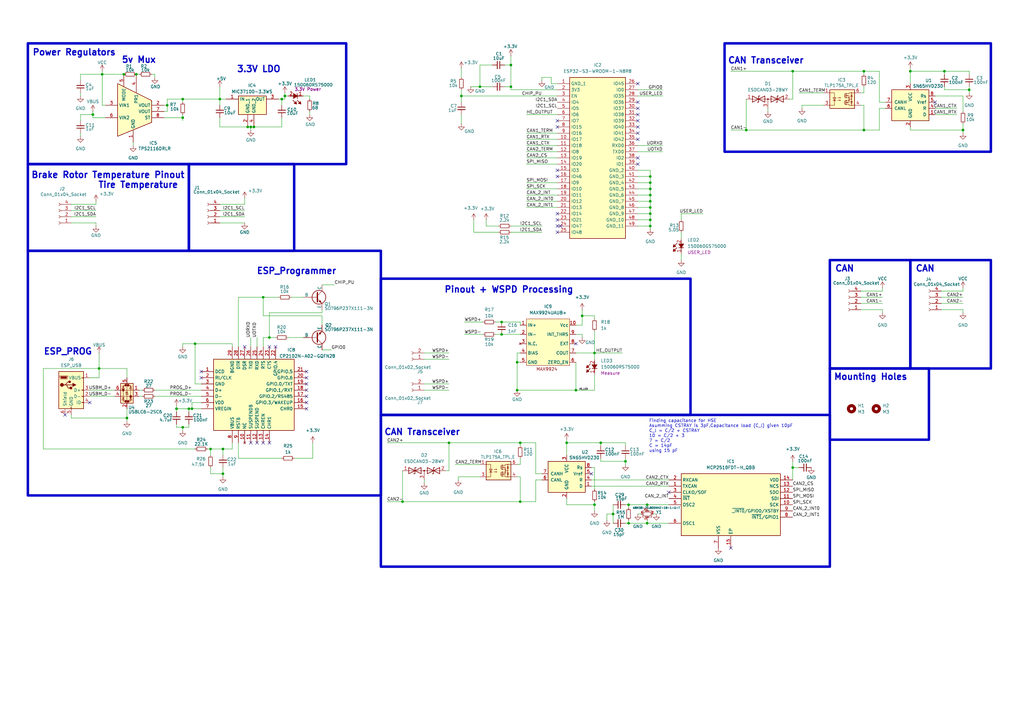
<source format=kicad_sch>
(kicad_sch (version 20250114) (generator "eeschema") (generator_version "9.0")
  (paper "A3")
  (rectangle (start 11.43 102.87) (end 156.21 203.2) (stroke (width 1.016)))
  (rectangle (start 340.36 106.68) (end 373.38 151.13) (stroke (width 1.016)))
  (rectangle (start 77.47 67.31) (end 120.65 102.87) (stroke (width 1.016)))
  (rectangle (start 11.43 17.78) (end 141.986 67.31) (stroke (width 1.016)))
  (rectangle (start 373.38 106.68) (end 406.4 151.13) (stroke (width 1.016)))
  (rectangle (start 11.43 67.31) (end 77.47 102.87) (stroke (width 1.016)))
  (rectangle (start 340.36 151.13) (end 381 180.34) (stroke (width 1.016)))
  (rectangle (start 156.21 170.18) (end 340.36 232.41) (stroke (width 1.016)))
  (rectangle (start 297.18 17.78) (end 406.4 62.23) (stroke (width 1.016)))
  (rectangle (start 156.21 114.3) (end 283.21 170.18) (stroke (width 1.016)))
  (text "3.3V LDO" (at 97.028 29.972 0) (effects (font (size 2.56 2.56) (thickness 0.512) (bold yes)) (justify left bottom)))
  (text "Brake Rotor Temperature Pinout" (at 12.7 73.406 0) (effects (font (size 2.56 2.56) (thickness 0.512) (bold yes)) (justify left bottom)))
  (text "Tire Temperature" (at 40.132 77.47 0) (effects (font (size 2.56 2.56) (thickness 0.512) (bold yes)) (justify left bottom)))
  (text "5v Mux" (at 49.784 26.162 0) (effects (font (size 2.56 2.56) (thickness 0.512) (bold yes)) (justify left bottom)))
  (text "ESP_Programmer" (at 105.156 112.776 0) (effects (font (size 2.54 2.54) (thickness 0.512) (bold yes)) (justify left bottom)))
  (text "CAN" (at 342.392 111.76 0) (effects (font (size 2.56 2.56) (thickness 0.512) (bold yes)) (justify left bottom)))
  (text "CAN Transceiver" (at 298.45 26.416 0) (effects (font (size 2.54 2.54) (thickness 0.512) (bold yes)) (justify left bottom)))
  (text "Mounting Holes" (at 341.884 156.21 0) (effects (font (size 2.56 2.56) (thickness 0.512) (bold yes)) (justify left bottom)))
  (text "CAN" (at 375.412 111.76 0) (effects (font (size 2.56 2.56) (thickness 0.512) (bold yes)) (justify left bottom)))
  (text "CAN Transceiver" (at 157.48 178.816 0) (effects (font (size 2.54 2.54) (thickness 0.512) (bold yes)) (justify left bottom)))
  (text "ESP_PROG" (at 17.78 145.796 0) (effects (font (size 2.54 2.54) (thickness 0.512) (bold yes)) (justify left bottom)))
  (text "Power Regulators" (at 13.208 23.114 0) (effects (font (size 2.56 2.56) (thickness 0.512) (bold yes)) (justify left bottom)))
  (text "Pinout + WSPD Processing" (at 182.118 120.396 0) (effects (font (size 2.56 2.56) (thickness 0.512) (bold yes)) (justify left bottom)))
  (text "Finding capacitance for HSE \nAsumming CSTRAY is 3pF,Capacitance load (C_l) given 10pF\nC_l = C/2 + CSTRAY\n10 = C/2 + 3\n7 = C/2\nC = 14pF\nusing 15 pF" (at 266.192 171.958 0) (effects (font (size 1.27 1.27)) (justify left top)))
  (junction (at 354.33 53.34))
  (junction (at 41.91 30.48))
  (junction (at 236.22 160.02))
  (junction (at 306.07 53.34))
  (junction (at 184.15 181.61))
  (junction (at 78.74 167.64))
  (junction (at 55.88 30.48))
  (junction (at 266.7 77.47))
  (junction (at 266.7 85.09))
  (junction (at 80.01 140.97))
  (junction (at 212.09 160.02))
  (junction (at 102.87 52.07))
  (junction (at 101.6 52.07))
  (junction (at 213.36 181.61))
  (junction (at 209.55 26.67))
  (junction (at 212.09 148.59))
  (junction (at 110.49 138.43))
  (junction (at 68.58 43.18))
  (junction (at 325.12 191.77))
  (junction (at 266.7 90.17))
  (junction (at 90.17 40.64))
  (junction (at 257.81 207.01))
  (junction (at 50.8 30.48))
  (junction (at 373.38 29.21))
  (junction (at 394.97 53.34))
  (junction (at 238.76 129.54))
  (junction (at 115.57 40.64))
  (junction (at 266.7 72.39))
  (junction (at 266.7 80.01))
  (junction (at 266.7 92.71))
  (junction (at 266.7 74.93))
  (junction (at 40.64 151.13))
  (junction (at 77.47 167.64))
  (junction (at 52.07 171.45))
  (junction (at 246.38 181.61))
  (junction (at 213.36 205.74))
  (junction (at 91.44 194.31))
  (junction (at 397.51 36.83))
  (junction (at 265.43 207.01))
  (junction (at 205.74 132.08))
  (junction (at 265.43 214.63))
  (junction (at 116.84 39.37))
  (junction (at 256.54 189.23))
  (junction (at 104.14 52.07))
  (junction (at 266.7 87.63))
  (junction (at 196.85 35.56))
  (junction (at 251.46 210.82))
  (junction (at 243.84 144.78))
  (junction (at 257.81 214.63))
  (junction (at 38.1 46.99))
  (junction (at 72.39 167.64))
  (junction (at 74.93 175.26))
  (junction (at 91.44 184.15))
  (junction (at 232.41 181.61))
  (junction (at 189.23 39.37))
  (junction (at 74.93 48.26))
  (junction (at 243.84 207.01))
  (junction (at 205.74 137.16))
  (junction (at 107.95 121.92))
  (junction (at 387.35 29.21))
  (junction (at 354.33 29.21))
  (junction (at 74.93 40.64))
  (junction (at 86.36 184.15))
  (junction (at 209.55 35.56))
  (junction (at 266.7 82.55))
  (junction (at 325.12 29.21))
  (junction (at 165.1 205.74))
  (no_connect (at 261.62 46.99))
  (no_connect (at 261.62 41.91))
  (no_connect (at 82.55 152.4))
  (no_connect (at 236.22 140.97))
  (no_connect (at 261.62 54.61))
  (no_connect (at 82.55 154.94))
  (no_connect (at 102.87 181.61))
  (no_connect (at 261.62 52.07))
  (no_connect (at 261.62 44.45))
  (no_connect (at 299.72 224.79))
  (no_connect (at 274.32 201.93))
  (no_connect (at 125.73 165.1))
  (no_connect (at 125.73 157.48))
  (no_connect (at 125.73 162.56))
  (no_connect (at 228.6 90.17))
  (no_connect (at 261.62 64.77))
  (no_connect (at 261.62 57.15))
  (no_connect (at 228.6 72.39))
  (no_connect (at 228.6 49.53))
  (no_connect (at 125.73 154.94))
  (no_connect (at 100.33 142.24))
  (no_connect (at 242.57 194.31))
  (no_connect (at 36.83 165.1))
  (no_connect (at 113.03 142.24))
  (no_connect (at 105.41 181.61))
  (no_connect (at 228.6 87.63))
  (no_connect (at 125.73 167.64))
  (no_connect (at 261.62 34.29))
  (no_connect (at 110.49 181.61))
  (no_connect (at 261.62 67.31))
  (no_connect (at 26.67 170.18))
  (no_connect (at 229.87 92.71))
  (no_connect (at 107.95 181.61))
  (no_connect (at 228.6 69.85))
  (no_connect (at 125.73 160.02))
  (no_connect (at 125.73 152.4))
  (no_connect (at 383.54 41.91))
  (no_connect (at 261.62 49.53))
  (no_connect (at 228.6 95.25))
  (no_connect (at 228.6 52.07))
  (no_connect (at 110.49 142.24))
  (no_connect (at 228.6 92.71))
  (wire (pts (xy 215.9 64.77) (xy 228.6 64.77)))
  (wire (pts (xy 266.7 74.93) (xy 266.7 77.47)))
  (wire (pts (xy 248.92 210.82) (xy 251.46 210.82)))
  (wire (pts (xy 72.39 175.26) (xy 74.93 175.26)))
  (wire (pts (xy 325.12 29.21) (xy 325.12 40.64)))
  (wire (pts (xy 266.7 80.01) (xy 266.7 82.55)))
  (wire (pts (xy 68.58 40.64) (xy 74.93 40.64)))
  (wire (pts (xy 63.5 162.56) (xy 82.55 162.56)))
  (wire (pts (xy 279.4 104.14) (xy 279.4 106.68)))
  (wire (pts (xy 354.33 29.21) (xy 360.68 29.21)))
  (wire (pts (xy 215.9 80.01) (xy 228.6 80.01)))
  (wire (pts (xy 238.76 127) (xy 238.76 129.54)))
  (wire (pts (xy 257.81 207.01) (xy 257.81 208.28)))
  (wire (pts (xy 212.09 190.5) (xy 213.36 190.5)))
  (wire (pts (xy 72.39 167.64) (xy 72.39 166.37)))
  (wire (pts (xy 72.39 167.64) (xy 77.47 167.64)))
  (wire (pts (xy 226.06 34.29) (xy 226.06 31.75)))
  (wire (pts (xy 203.2 132.08) (xy 205.74 132.08)))
  (wire (pts (xy 173.99 147.32) (xy 184.15 147.32)))
  (wire (pts (xy 90.17 35.56) (xy 90.17 40.64)))
  (wire (pts (xy 266.7 77.47) (xy 266.7 80.01)))
  (wire (pts (xy 127 39.37) (xy 127 40.64)))
  (wire (pts (xy 243.84 144.78) (xy 255.27 144.78)))
  (wire (pts (xy 238.76 133.35) (xy 236.22 133.35)))
  (wire (pts (xy 116.84 39.37) (xy 118.11 39.37)))
  (wire (pts (xy 39.37 91.44) (xy 39.37 92.71)))
  (wire (pts (xy 196.85 190.5) (xy 186.69 190.5)))
  (wire (pts (xy 41.91 29.21) (xy 41.91 30.48)))
  (wire (pts (xy 215.9 85.09) (xy 228.6 85.09)))
  (wire (pts (xy 184.15 193.04) (xy 182.88 193.04)))
  (wire (pts (xy 116.84 39.37) (xy 116.84 40.64)))
  (wire (pts (xy 325.12 189.23) (xy 325.12 191.77)))
  (wire (pts (xy 68.58 43.18) (xy 67.31 43.18)))
  (wire (pts (xy 74.93 40.64) (xy 90.17 40.64)))
  (wire (pts (xy 215.9 57.15) (xy 228.6 57.15)))
  (wire (pts (xy 215.9 82.55) (xy 228.6 82.55)))
  (wire (pts (xy 261.62 80.01) (xy 266.7 80.01)))
  (wire (pts (xy 337.82 43.18) (xy 328.93 43.18)))
  (wire (pts (xy 215.9 74.93) (xy 228.6 74.93)))
  (wire (pts (xy 306.07 53.34) (xy 354.33 53.34)))
  (wire (pts (xy 383.54 46.99) (xy 392.43 46.99)))
  (wire (pts (xy 232.41 181.61) (xy 232.41 186.69)))
  (wire (pts (xy 63.5 160.02) (xy 82.55 160.02)))
  (wire (pts (xy 29.21 83.82) (xy 39.37 83.82)))
  (wire (pts (xy 17.78 151.13) (xy 17.78 184.15)))
  (wire (pts (xy 114.3 40.64) (xy 115.57 40.64)))
  (wire (pts (xy 397.51 35.56) (xy 397.51 36.83)))
  (wire (pts (xy 266.7 72.39) (xy 266.7 74.93)))
  (wire (pts (xy 373.38 53.34) (xy 373.38 52.07)))
  (wire (pts (xy 33.02 30.48) (xy 41.91 30.48)))
  (wire (pts (xy 41.91 30.48) (xy 50.8 30.48)))
  (wire (pts (xy 215.9 46.99) (xy 228.6 46.99)))
  (wire (pts (xy 261.62 72.39) (xy 266.7 72.39)))
  (wire (pts (xy 394.97 127) (xy 394.97 128.27)))
  (wire (pts (xy 190.5 137.16) (xy 198.12 137.16)))
  (wire (pts (xy 325.12 196.85) (xy 325.12 191.77)))
  (wire (pts (xy 387.35 29.21) (xy 387.35 30.48)))
  (wire (pts (xy 361.95 124.46) (xy 353.06 124.46)))
  (wire (pts (xy 74.93 46.99) (xy 74.93 48.26)))
  (wire (pts (xy 361.95 127) (xy 361.95 128.27)))
  (wire (pts (xy 90.17 86.36) (xy 100.33 86.36)))
  (wire (pts (xy 78.74 165.1) (xy 78.74 167.64)))
  (wire (pts (xy 82.55 157.48) (xy 80.01 157.48)))
  (wire (pts (xy 215.9 67.31) (xy 228.6 67.31)))
  (wire (pts (xy 63.5 30.48) (xy 63.5 31.75)))
  (wire (pts (xy 209.55 92.71) (xy 222.25 92.71)))
  (wire (pts (xy 209.55 95.25) (xy 222.25 95.25)))
  (wire (pts (xy 52.07 172.72) (xy 52.07 171.45)))
  (wire (pts (xy 212.09 148.59) (xy 212.09 160.02)))
  (wire (pts (xy 105.41 138.43) (xy 105.41 142.24)))
  (wire (pts (xy 236.22 144.78) (xy 243.84 144.78)))
  (wire (pts (xy 41.91 43.18) (xy 43.18 43.18)))
  (wire (pts (xy 328.93 43.18) (xy 328.93 44.45)))
  (wire (pts (xy 265.43 214.63) (xy 265.43 213.36)))
  (wire (pts (xy 110.49 128.27) (xy 110.49 138.43)))
  (wire (pts (xy 173.99 144.78) (xy 184.15 144.78)))
  (wire (pts (xy 77.47 175.26) (xy 77.47 173.99)))
  (wire (pts (xy 267.97 210.82) (xy 269.24 210.82)))
  (wire (pts (xy 72.39 167.64) (xy 72.39 168.91)))
  (wire (pts (xy 54.61 58.42) (xy 54.61 59.69)))
  (wire (pts (xy 90.17 88.9) (xy 100.33 88.9)))
  (wire (pts (xy 194.31 95.25) (xy 204.47 95.25)))
  (wire (pts (xy 101.6 52.07) (xy 102.87 52.07)))
  (wire (pts (xy 38.1 46.99) (xy 38.1 48.26)))
  (wire (pts (xy 354.33 30.48) (xy 354.33 29.21)))
  (wire (pts (xy 132.08 129.54) (xy 107.95 129.54)))
  (wire (pts (xy 100.33 83.82) (xy 90.17 83.82)))
  (wire (pts (xy 213.36 133.35) (xy 213.36 132.08)))
  (wire (pts (xy 85.09 184.15) (xy 86.36 184.15)))
  (wire (pts (xy 95.25 142.24) (xy 95.25 140.97)))
  (wire (pts (xy 256.54 181.61) (xy 256.54 182.88)))
  (wire (pts (xy 261.62 36.83) (xy 271.78 36.83)))
  (wire (pts (xy 266.7 82.55) (xy 266.7 85.09)))
  (wire (pts (xy 243.84 129.54) (xy 243.84 130.81)))
  (wire (pts (xy 213.36 205.74) (xy 219.71 205.74)))
  (wire (pts (xy 219.71 194.31) (xy 222.25 194.31)))
  (wire (pts (xy 394.97 53.34) (xy 394.97 54.61)))
  (wire (pts (xy 52.07 151.13) (xy 52.07 154.94)))
  (wire (pts (xy 102.87 52.07) (xy 102.87 53.34)))
  (wire (pts (xy 243.84 135.89) (xy 243.84 144.78)))
  (wire (pts (xy 29.21 171.45) (xy 29.21 170.18)))
  (wire (pts (xy 165.1 205.74) (xy 213.36 205.74)))
  (wire (pts (xy 196.85 195.58) (xy 187.96 195.58)))
  (wire (pts (xy 101.6 52.07) (xy 90.17 52.07)))
  (wire (pts (xy 203.2 137.16) (xy 205.74 137.16)))
  (wire (pts (xy 213.36 182.88) (xy 213.36 181.61)))
  (wire (pts (xy 158.75 181.61) (xy 184.15 181.61)))
  (wire (pts (xy 242.57 199.39) (xy 274.32 199.39)))
  (wire (pts (xy 215.9 62.23) (xy 228.6 62.23)))
  (wire (pts (xy 337.82 38.1) (xy 327.66 38.1)))
  (wire (pts (xy 213.36 195.58) (xy 213.36 205.74)))
  (wire (pts (xy 236.22 137.16) (xy 238.76 137.16)))
  (wire (pts (xy 261.62 92.71) (xy 266.7 92.71)))
  (wire (pts (xy 36.83 162.56) (xy 46.99 162.56)))
  (wire (pts (xy 104.14 52.07) (xy 115.57 52.07)))
  (wire (pts (xy 213.36 132.08) (xy 205.74 132.08)))
  (wire (pts (xy 265.43 214.63) (xy 274.32 214.63)))
  (wire (pts (xy 353.06 119.38) (xy 361.95 119.38)))
  (wire (pts (xy 97.79 187.96) (xy 97.79 181.61)))
  (wire (pts (xy 387.35 29.21) (xy 397.51 29.21)))
  (wire (pts (xy 38.1 46.99) (xy 33.02 46.99)))
  (wire (pts (xy 124.46 39.37) (xy 127 39.37)))
  (wire (pts (xy 212.09 160.02) (xy 236.22 160.02)))
  (wire (pts (xy 209.55 35.56) (xy 209.55 36.83)))
  (wire (pts (xy 107.95 121.92) (xy 114.3 121.92)))
  (wire (pts (xy 40.64 144.78) (xy 40.64 151.13)))
  (wire (pts (xy 209.55 26.67) (xy 209.55 35.56)))
  (wire (pts (xy 397.51 29.21) (xy 397.51 30.48)))
  (wire (pts (xy 128.27 187.96) (xy 128.27 181.61)))
  (wire (pts (xy 353.06 43.18) (xy 354.33 43.18)))
  (wire (pts (xy 57.15 162.56) (xy 58.42 162.56)))
  (wire (pts (xy 199.39 92.71) (xy 204.47 92.71)))
  (wire (pts (xy 251.46 210.82) (xy 251.46 214.63)))
  (wire (pts (xy 383.54 39.37) (xy 394.97 39.37)))
  (wire (pts (xy 238.76 129.54) (xy 243.84 129.54)))
  (wire (pts (xy 17.78 151.13) (xy 40.64 151.13)))
  (wire (pts (xy 215.9 77.47) (xy 228.6 77.47)))
  (wire (pts (xy 386.08 119.38) (xy 394.97 119.38)))
  (wire (pts (xy 95.25 140.97) (xy 80.01 140.97)))
  (wire (pts (xy 219.71 196.85) (xy 222.25 196.85)))
  (wire (pts (xy 383.54 44.45) (xy 392.43 44.45)))
  (wire (pts (xy 215.9 59.69) (xy 228.6 59.69)))
  (wire (pts (xy 29.21 171.45) (xy 52.07 171.45)))
  (wire (pts (xy 246.38 181.61) (xy 246.38 182.88)))
  (wire (pts (xy 228.6 36.83) (xy 209.55 36.83)))
  (wire (pts (xy 36.83 154.94) (xy 40.64 154.94)))
  (wire (pts (xy 207.01 35.56) (xy 209.55 35.56)))
  (wire (pts (xy 279.4 95.25) (xy 279.4 97.79)))
  (wire (pts (xy 265.43 207.01) (xy 274.32 207.01)))
  (wire (pts (xy 266.7 92.71) (xy 266.7 93.98)))
  (wire (pts (xy 119.38 121.92) (xy 124.46 121.92)))
  (wire (pts (xy 361.95 119.38) (xy 361.95 118.11)))
  (wire (pts (xy 184.15 181.61) (xy 184.15 193.04)))
  (wire (pts (xy 219.71 181.61) (xy 219.71 194.31)))
  (wire (pts (xy 100.33 81.28) (xy 100.33 83.82)))
  (wire (pts (xy 325.12 40.64) (xy 323.85 40.64)))
  (wire (pts (xy 394.97 50.8) (xy 394.97 53.34)))
  (wire (pts (xy 86.36 191.77) (xy 86.36 194.31)))
  (wire (pts (xy 232.41 207.01) (xy 232.41 204.47)))
  (wire (pts (xy 74.93 140.97) (xy 74.93 142.24)))
  (wire (pts (xy 257.81 207.01) (xy 265.43 207.01)))
  (wire (pts (xy 209.55 22.86) (xy 209.55 26.67)))
  (wire (pts (xy 86.36 194.31) (xy 91.44 194.31)))
  (wire (pts (xy 189.23 36.83) (xy 189.23 39.37)))
  (wire (pts (xy 189.23 27.94) (xy 189.23 31.75)))
  (wire (pts (xy 394.97 127) (xy 386.08 127)))
  (wire (pts (xy 261.62 90.17) (xy 266.7 90.17)))
  (wire (pts (xy 354.33 38.1) (xy 354.33 35.56)))
  (wire (pts (xy 246.38 189.23) (xy 246.38 187.96)))
  (wire (pts (xy 77.47 167.64) (xy 78.74 167.64)))
  (wire (pts (xy 68.58 45.72) (xy 68.58 43.18)))
  (wire (pts (xy 261.62 59.69) (xy 271.78 59.69)))
  (wire (pts (xy 205.74 137.16) (xy 213.36 137.16)))
  (wire (pts (xy 256.54 189.23) (xy 256.54 190.5)))
  (wire (pts (xy 246.38 189.23) (xy 256.54 189.23)))
  (wire (pts (xy 261.62 39.37) (xy 271.78 39.37)))
  (wire (pts (xy 97.79 121.92) (xy 97.79 142.24)))
  (wire (pts (xy 325.12 29.21) (xy 354.33 29.21)))
  (wire (pts (xy 246.38 181.61) (xy 256.54 181.61)))
  (wire (pts (xy 74.93 175.26) (xy 74.93 176.53)))
  (wire (pts (xy 110.49 138.43) (xy 113.03 138.43)))
  (wire (pts (xy 238.76 137.16) (xy 238.76 138.43)))
  (wire (pts (xy 261.62 69.85) (xy 266.7 69.85)))
  (wire (pts (xy 306.07 40.64) (xy 306.07 53.34)))
  (wire (pts (xy 261.62 85.09) (xy 266.7 85.09)))
  (wire (pts (xy 242.57 191.77) (xy 243.84 191.77)))
  (wire (pts (xy 373.38 53.34) (xy 394.97 53.34)))
  (wire (pts (xy 360.68 53.34) (xy 360.68 44.45)))
  (wire (pts (xy 213.36 181.61) (xy 219.71 181.61)))
  (wire (pts (xy 33.02 54.61) (xy 33.02 55.88)))
  (wire (pts (xy 38.1 45.72) (xy 38.1 46.99)))
  (wire (pts (xy 361.95 127) (xy 353.06 127)))
  (wire (pts (xy 190.5 132.08) (xy 198.12 132.08)))
  (wire (pts (xy 373.38 29.21) (xy 387.35 29.21)))
  (wire (pts (xy 279.4 87.63) (xy 288.29 87.63)))
  (wire (pts (xy 248.92 213.36) (xy 248.92 210.82)))
  (wire (pts (xy 386.08 121.92) (xy 394.97 121.92)))
  (wire (pts (xy 173.99 157.48) (xy 184.15 157.48)))
  (wire (pts (xy 63.5 30.48) (xy 62.23 30.48)))
  (wire (pts (xy 261.62 74.93) (xy 266.7 74.93)))
  (wire (pts (xy 90.17 91.44) (xy 100.33 91.44)))
  (wire (pts (xy 387.35 36.83) (xy 397.51 36.83)))
  (wire (pts (xy 256.54 187.96) (xy 256.54 189.23)))
  (wire (pts (xy 86.36 184.15) (xy 86.36 186.69)))
  (wire (pts (xy 40.64 151.13) (xy 52.07 151.13)))
  (wire (pts (xy 132.08 116.84) (xy 137.16 116.84)))
  (wire (pts (xy 17.78 184.15) (xy 80.01 184.15)))
  (wire (pts (xy 90.17 48.26) (xy 90.17 52.07)))
  (wire (pts (xy 387.35 36.83) (xy 387.35 35.56)))
  (wire (pts (xy 189.23 39.37) (xy 189.23 41.91)))
  (wire (pts (xy 29.21 86.36) (xy 39.37 86.36)))
  (wire (pts (xy 91.44 184.15) (xy 91.44 186.69)))
  (wire (pts (xy 373.38 29.21) (xy 373.38 34.29)))
  (wire (pts (xy 74.93 41.91) (xy 74.93 40.64)))
  (wire (pts (xy 67.31 45.72) (xy 68.58 45.72)))
  (wire (pts (xy 394.97 39.37) (xy 394.97 45.72)))
  (wire (pts (xy 68.58 43.18) (xy 68.58 40.64)))
  (wire (pts (xy 213.36 190.5) (xy 213.36 187.96)))
  (wire (pts (xy 266.7 85.09) (xy 266.7 87.63)))
  (wire (pts (xy 266.7 87.63) (xy 266.7 90.17)))
  (wire (pts (xy 74.93 48.26) (xy 74.93 49.53)))
  (wire (pts (xy 232.41 181.61) (xy 246.38 181.61)))
  (wire (pts (xy 110.49 138.43) (xy 107.95 138.43)))
  (wire (pts (xy 360.68 29.21) (xy 360.68 41.91)))
  (wire (pts (xy 207.01 26.67) (xy 209.55 26.67)))
  (wire (pts (xy 261.62 82.55) (xy 266.7 82.55)))
  (wire (pts (xy 256.54 214.63) (xy 257.81 214.63)))
  (wire (pts (xy 353.06 38.1) (xy 354.33 38.1)))
  (wire (pts (xy 29.21 91.44) (xy 39.37 91.44)))
  (wire (pts (xy 173.99 196.85) (xy 173.99 198.12)))
  (wire (pts (xy 212.09 148.59) (xy 213.36 148.59)))
  (wire (pts (xy 189.23 39.37) (xy 228.6 39.37)))
  (wire (pts (xy 314.96 44.45) (xy 314.96 45.72)))
  (wire (pts (xy 243.84 144.78) (xy 243.84 147.32)))
  (wire (pts (xy 80.01 140.97) (xy 80.01 157.48)))
  (wire (pts (xy 91.44 191.77) (xy 91.44 194.31)))
  (wire (pts (xy 72.39 173.99) (xy 72.39 175.26)))
  (wire (pts (xy 222.25 31.75) (xy 222.25 33.02)))
  (wire (pts (xy 187.96 195.58) (xy 187.96 196.85)))
  (wire (pts (xy 158.75 205.74) (xy 165.1 205.74)))
  (wire (pts (xy 127 45.72) (xy 127 46.99)))
  (wire (pts (xy 74.93 175.26) (xy 77.47 175.26)))
  (wire (pts (xy 132.08 133.35) (xy 132.08 129.54)))
  (wire (pts (xy 184.15 181.61) (xy 213.36 181.61)))
  (wire (pts (xy 40.64 151.13) (xy 40.64 154.94)))
  (wire (pts (xy 394.97 124.46) (xy 386.08 124.46)))
  (wire (pts (xy 91.44 194.31) (xy 91.44 195.58)))
  (wire (pts (xy 257.81 214.63) (xy 265.43 214.63)))
  (wire (pts (xy 57.15 30.48) (xy 55.88 30.48)))
  (wire (pts (xy 261.62 210.82) (xy 262.89 210.82)))
  (wire (pts (xy 194.31 90.17) (xy 194.31 95.25)))
  (wire (pts (xy 261.62 87.63) (xy 266.7 87.63)))
  (wire (pts (xy 226.06 31.75) (xy 222.25 31.75)))
  (wire (pts (xy 242.57 196.85) (xy 274.32 196.85)))
  (wire (pts (xy 132.08 127) (xy 132.08 128.27)))
  (wire (pts (xy 173.99 160.02) (xy 184.15 160.02)))
  (wire (pts (xy 78.74 165.1) (xy 82.55 165.1)))
  (wire (pts (xy 325.12 191.77) (xy 327.66 191.77)))
  (wire (pts (xy 107.95 121.92) (xy 97.79 121.92)))
  (wire (pts (xy 116.84 39.37) (xy 116.84 38.1)))
  (wire (pts (xy 57.15 160.02) (xy 58.42 160.02)))
  (wire (pts (xy 36.83 160.02) (xy 46.99 160.02)))
  (wire (pts (xy 299.72 29.21) (xy 325.12 29.21)))
  (wire (pts (xy 33.02 39.37) (xy 33.02 38.1)))
  (wire (pts (xy 196.85 26.67) (xy 196.85 35.56)))
  (wire (pts (xy 353.06 121.92) (xy 361.95 121.92)))
  (wire (pts (xy 199.39 92.71) (xy 199.39 90.17)))
  (wire (pts (xy 196.85 35.56) (xy 201.93 35.56)))
  (wire (pts (xy 39.37 82.55) (xy 39.37 83.82)))
  (wire (pts (xy 261.62 77.47) (xy 266.7 77.47)))
  (wire (pts (xy 132.08 143.51) (xy 135.89 143.51)))
  (wire (pts (xy 118.11 138.43) (xy 124.46 138.43)))
  (wire (pts (xy 91.44 184.15) (xy 95.25 184.15)))
  (wire (pts (xy 360.68 41.91) (xy 363.22 41.91)))
  (wire (pts (xy 266.7 69.85) (xy 266.7 72.39)))
  (wire (pts (xy 196.85 26.67) (xy 201.93 26.67)))
  (wire (pts (xy 236.22 148.59) (xy 236.22 160.02)))
  (wire (pts (xy 243.84 191.77) (xy 243.84 200.66)))
  (wire (pts (xy 165.1 193.04) (xy 165.1 205.74)))
  (wire (pts (xy 354.33 43.18) (xy 354.33 53.34)))
  (wire (pts (xy 360.68 44.45) (xy 363.22 44.45)))
  (wire (pts (xy 373.38 27.94) (xy 373.38 29.21)))
  (wire (pts (xy 261.62 62.23) (xy 271.78 62.23)))
  (wire (pts (xy 243.84 153.67) (xy 243.84 160.02)))
  (wire (pts (xy 107.95 138.43) (xy 107.95 142.24)))
  (wire (pts (xy 266.7 90.17) (xy 266.7 92.71)))
  (wire (pts (xy 38.1 48.26) (xy 43.18 48.26)))
  (wire (pts (xy 90.17 40.64) (xy 92.71 40.64)))
  (wire (pts (xy 193.04 35.56) (xy 196.85 35.56)))
  (wire (pts (xy 29.21 88.9) (xy 39.37 88.9)))
  (wire (pts (xy 77.47 167.64) (xy 77.47 168.91)))
  (wire (pts (xy 67.31 48.26) (xy 74.93 48.26)))
  (wire (pts (xy 257.81 214.63) (xy 257.81 213.36)))
  (wire (pts (xy 251.46 207.01) (xy 251.46 210.82)))
  (wire (pts (xy 243.84 207.01) (xy 243.84 205.74)))
  (wire (pts (xy 116.84 40.64) (xy 115.57 40.64)))
  (wire (pts (xy 212.09 195.58) (xy 213.36 195.58)))
  (wire (pts (xy 265.43 207.01) (xy 265.43 208.28)))
  (wire (pts (xy 90.17 43.18) (xy 90.17 40.64)))
  (wire (pts (xy 228.6 34.29) (xy 226.06 34.29)))
  (wire (pts (xy 232.41 180.34) (xy 232.41 181.61)))
  (wire (pts (xy 219.71 205.74) (xy 219.71 196.85)))
  (wire (pts (xy 95.25 184.15) (xy 95.25 181.61)))
  (wire (pts (xy 41.91 30.48) (xy 41.91 43.18)))
  (wire (pts (xy 74.93 140.97) (xy 80.01 140.97)))
  (wire (pts (xy 115.57 187.96) (xy 97.79 187.96)))
  (wire (pts (xy 52.07 167.64) (xy 52.07 171.45)))
  (wire (pts (xy 102.87 138.43) (xy 102.87 142.24)))
  (wire (pts (xy 354.33 53.34) (xy 360.68 53.34)))
  (wire (pts (xy 115.57 40.64) (xy 115.57 43.18)))
  (wire (pts (xy 33.02 46.99) (xy 33.02 49.53)))
  (wire (pts (xy 102.87 52.07) (xy 104.14 52.07)))
  (wire (pts (xy 212.09 144.78) (xy 213.36 144.78)))
  (wire (pts (xy 257.81 207.01) (xy 256.54 207.01)))
  (wire (pts (xy 243.84 207.01) (xy 243.84 209.55)))
  (wire (pts (xy 33.02 30.48) (xy 33.02 33.02)))
  (wire (pts (xy 397.51 36.83) (xy 397.51 38.1)))
  (wire (pts (xy 238.76 129.54) (xy 238.76 133.35)))
  (wire (pts (xy 189.23 46.99) (xy 189.23 50.8)))
  (wire (pts (xy 115.57 48.26) (xy 115.57 52.07)))
  (wire (pts (xy 132.08 128.27) (xy 110.49 128.27)))
  (wire (pts (xy 120.65 187.96) (xy 128.27 187.96)))
  (wire (pts (xy 299.72 53.34) (xy 306.07 53.34)))
  (wire (pts (xy 78.74 167.64) (xy 82.55 167.64)))
  (wire (pts (xy 215.9 54.61) (xy 228.6 54.61)))
  (wire (pts (xy 212.09 144.78) (xy 212.09 148.59)))
  (wire (pts (xy 86.36 184.15) (xy 91.44 184.15)))
  (wire (pts (xy 236.22 160.02) (xy 243.84 160.02)))
  (wire (pts (xy 232.41 207.01) (xy 243.84 207.01)))
  (wire (pts (xy 279.4 87.63) (xy 279.4 90.17)))
  (wire (pts (xy 394.97 119.38) (xy 394.97 118.11)))
  (wire (pts (xy 107.95 121.92) (xy 107.95 129.54)))
  (label "I2C1_SCL" (at 100.33 86.36 180))
  (label "UOTXD" (at 271.78 62.23 180))
  (label "HE_OUTPUT" (at 215.9 46.99 0))
  (label "WSPD-" (at 184.15 160.02 180))
  (label "CAN2_TERM" (at 215.9 62.23 0))
  (label "USER_LED" (at 271.78 39.37 180))
  (label "WSPD+" (at 184.15 157.48 180))
  (label "SPI_SCK" (at 325.12 207.01 0))
  (label "CAN2+" (at 158.75 181.61 0))
  (label "GPIO0" (at 135.89 143.51 0))
  (label "CAN1+" (at 299.72 29.21 0))
  (label "CAN_2_INT1" (at 325.12 212.09 0))
  (label "HE_OUTPUT" (at 255.27 144.78 180))
  (label "I2C1_SCL" (at 39.37 86.36 180))
  (label "SPI_MISO" (at 325.12 201.93 0))
  (label "USBM_D-" (at 45.72 162.56 180))
  (label "CAN2_TERM" (at 186.69 190.5 0))
  (label "PROG_D+" (at 78.74 160.02 180))
  (label "WSPD+" (at 190.5 132.08 0))
  (label "UORXD" (at 102.87 138.43 90))
  (label "CAN1-" (at 361.95 124.46 180))
  (label "CAN1_CTX" (at 215.9 59.69 0))
  (label "GPIO0" (at 271.78 36.83 180))
  (label "CAN2_CS" (at 215.9 64.77 0))
  (label "WSPD-" (at 190.5 137.16 0))
  (label "I2C1_SCL" (at 228.6 44.45 180))
  (label "CAN2-" (at 158.75 205.74 0))
  (label "WSPD+" (at 184.15 144.78 180))
  (label "PROG_D-" (at 78.74 162.56 180))
  (label "CHIP_PU" (at 137.16 116.84 0))
  (label "CAN_2_INT1" (at 215.9 85.09 0))
  (label "CAN2-" (at 394.97 124.46 180))
  (label "CAN2_CTX" (at 274.32 196.85 180))
  (label "CAN2+" (at 394.97 121.92 180))
  (label "I2C1_SCL" (at 222.25 92.71 180))
  (label "I2C1_SDA" (at 100.33 88.9 180))
  (label "CHIP_PU" (at 222.25 39.37 180))
  (label "I2C1_SDA" (at 222.25 95.25 180))
  (label "SPI_MOSI" (at 215.9 74.93 0))
  (label "CAN1-" (at 299.72 53.34 0))
  (label "I2C1_SDA" (at 228.6 41.91 180))
  (label "CAN1_TERM" (at 215.9 54.61 0))
  (label "HE_LED" (at 237.49 160.02 0) (effects (font (size 0.64 0.64))))
  (label "UOTXD" (at 105.41 138.43 90))
  (label "CAN_2_INT0" (at 215.9 82.55 0))
  (label "USBM_D+" (at 45.72 160.02 180))
  (label "SPI_SCK" (at 215.9 77.47 0))
  (label "I2C1_SDA" (at 39.37 88.9 180))
  (label "CAN1_TERM" (at 327.66 38.1 0))
  (label "CAN_2_INT" (at 274.32 204.47 180))
  (label "SPI_MOSI" (at 325.12 204.47 0))
  (label "CAN1_RTX" (at 392.43 46.99 180))
  (label "CAN1_CTX" (at 392.43 44.45 180))
  (label "CAN1+" (at 361.95 121.92 180))
  (label "CAN1_RTX" (at 215.9 57.15 0))
  (label "UORXD" (at 271.78 59.69 180))
  (label "CAN_2_INT" (at 215.9 80.01 0))
  (label "WSPD-" (at 184.15 147.32 180))
  (label "CAN_2_INT0" (at 325.12 209.55 0))
  (label "SPI_MISO" (at 215.9 67.31 0))
  (label "USER_LED" (at 288.29 87.63 180))
  (label "CAN2_RTX" (at 274.32 199.39 180))
  (label "CAN2_CS" (at 325.12 199.39 0))
  (symbol (lib_id "power:+3.3V") (at 116.84 38.1 0) (unit 1)
    (property "Reference" "#PWR012" (effects (hide yes)))
    (property "Value" "+3.3V" (at 116.84 34.29 0))
    (property "Description" "Power symbol creates a global label with name \"+3.3V\"" (effects (hide yes)))
  )
  (symbol (lib_id "Device:C_Small") (at 254 207.01 90) (unit 1)
    (property "Reference" "C29" (at 252.222 202.946 90) (effects (justify right)))
    (property "Value" "15pF" (at 252.476 204.47 90) (effects (justify right)))
    (property "Footprint" "Capacitor_SMD:C_0603_1608Metric" (effects (hide yes)))
  )
  (symbol (lib_name "GND_5") (lib_id "power:GND") (at 189.23 50.8 0) (unit 1)
    (property "Reference" "#PWR019" (effects (hide yes)))
    (property "Value" "GND" (at 192.532 53.848 0))
    (property "Description" "Power symbol creates a global label with name \"GND\" , ground" (effects (hide yes)))
  )
  (symbol (lib_id "Device:R_Small") (at 53.34 30.48 270) (unit 1)
    (property "Reference" "R1" (at 51.562 27.178 90) (effects (justify left)))
    (property "Value" "10k" (at 53.34 28.702 90))
    (property "Footprint" "Resistor_SMD:R_0603_1608Metric" (effects (hide yes)))
  )
  (symbol (lib_id "power:GND") (at 256.54 190.5 0) (unit 1)
    (property "Reference" "#PWR026" (effects (hide yes)))
    (property "Value" "GND" (at 256.54 195.58 0))
    (property "Description" "Power symbol creates a global label with name \"GND\" , ground" (effects (hide yes)))
  )
  (symbol (lib_id "SDM_LED:150060RS75000") (at 243.84 153.67 90) (unit 1)
    (property "Reference" "LED3" (at 246.38 147.9549 90) (effects (justify right)))
    (property "Value" "150060RS75000" (at 246.38 150.4949 90) (effects (justify right)))
    (property "Footprint" "SDM_MiscFootprint:LEDC1608X80N" (effects (hide yes)))
    (property "Datasheet" "https://www.we-online.com/components/products/datasheet/150060RS75000.pdf" (effects (hide yes)))
    (property "Description" "WURTH ELEKTRONIK - 150060RS75000 - LED, 0603, RED, 250MCD, 625NM" (effects (hide yes)))
    (property "Measure" "Measure" (at 246.38 153.0349 90) (effects (justify right)))
    (property "Height" "0.8" (effects (hide yes)))
    (property "Mouser Part Number" "710-150060RS75000" (effects (hide yes)))
    (property "Mouser Price/Stock" "https://www.mouser.co.uk/ProductDetail/Wurth-Elektronik/150060RS75000?qs=LlUlMxKIyB3QnmZ3fw%2FVCA%3D%3D" (effects (hide yes)))
    (property "Manufacturer_Name" "Wurth Elektronik" (effects (hide yes)))
    (property "Manufacturer_Part_Number" "150060RS75000" (effects (hide yes)))
  )
  (symbol (lib_id "Device:C_Small") (at 115.57 45.72 180) (unit 1)
    (property "Reference" "C10" (at 121.666 44.958 0) (effects (justify left)))
    (property "Value" "10uF" (at 122.428 46.482 0) (effects (justify left)))
    (property "Footprint" "Capacitor_SMD:C_0603_1608Metric" (effects (hide yes)))
  )
  (symbol (lib_id "Device:C_Small") (at 91.44 189.23 180) (unit 1)
    (property "Reference" "C22" (at 97.028 188.468 0) (effects (justify left)))
    (property "Value" "1uF" (at 97.028 190.246 0) (effects (justify left)))
    (property "Footprint" "Capacitor_SMD:C_0603_1608Metric" (effects (hide yes)))
  )
  (symbol (lib_id "power:GND") (at 361.95 128.27 0) (unit 1)
    (property "Reference" "#PWR041" (effects (hide yes)))
    (property "Value" "GND" (at 361.95 133.35 0))
    (property "Description" "Power symbol creates a global label with name \"GND\" , ground" (effects (hide yes)))
  )
  (symbol (lib_name "VCC_1") (lib_id "power:VCC") (at 238.76 127 0) (unit 1)
    (property "Reference" "#PWR040" (effects (hide yes)))
    (property "Value" "+3.3V" (at 238.76 121.92 0))
    (property "Description" "Power symbol creates a global label with name \"VCC\"" (effects (hide yes)))
  )
  (symbol (lib_id "Connector:Conn_01x04_Socket") (at 85.09 88.9 180) (unit 1)
    (property "Reference" "J1" (at 82.042 76.962 0) (effects (justify left)))
    (property "Value" "Conn_01x04_Socket" (at 98.298 78.74 0) (effects (justify left)))
    (property "Footprint" "Connector_JST:JST_XH_S4B-XH-A_1x04_P2.50mm_Horizontal" (effects (hide yes)))
    (property "Description" "Generic connector, single row, 01x04, script generated" (effects (hide yes)))
  )
  (symbol (lib_id "SDM_ESD:ESDCAN03-2BWY") (at 173.99 193.04 0) (unit 1)
    (property "Reference" "D2" (at 173.99 186.69 0))
    (property "Value" "ESDCAN03-2BWY" (at 173.99 189.23 0))
    (property "Footprint" "SDM_MiscFootprint:SOT65P210X110-3N" (effects (hide yes)))
    (property "Datasheet" "https://www.mouser.de/datasheet/2/389/esdcan02-2bwy-954689.pdf" (effects (hide yes)))
    (property "Description" "ESD Suppressors / TVS Diodes Automotive dual-line Transil, Transient voltage suppressor (TVS) for CAN bus" (effects (hide yes)))
    (property "Height" "1.1" (effects (hide yes)))
    (property "Mouser Part Number" "511-ESDCAN03-2BWY" (effects (hide yes)))
    (property "Mouser Price/Stock" "https://www.mouser.co.uk/ProductDetail/STMicroelectronics/ESDCAN03-2BWY?qs=FqY30PPN9V2iiokjuqa22Q%3D%3D" (effects (hide yes)))
    (property "Manufacturer_Name" "STMicroelectronics" (effects (hide yes)))
    (property "Manufacturer_Part_Number" "ESDCAN03-2BWY" (effects (hide yes)))
  )
  (symbol (lib_id "Device:C_Small") (at 204.47 26.67 270) (unit 1)
    (property "Reference" "C1" (at 205.994 22.098 90) (effects (justify right)))
    (property "Value" "10uF" (at 207.01 23.876 90) (effects (justify right)))
    (property "Footprint" "Capacitor_SMD:C_0603_1608Metric" (effects (hide yes)))
  )
  (symbol (lib_id "power:GND") (at 279.4 106.68 0) (unit 1)
    (property "Reference" "#PWR037" (effects (hide yes)))
    (property "Value" "GND" (at 279.4 111.76 0))
    (property "Description" "Power symbol creates a global label with name \"GND\" , ground" (effects (hide yes)))
  )
  (symbol (lib_id "MicroControllers:ESP32-S3-WROOM-1-N8R8") (at 228.6 34.29 0) (unit 1)
    (property "Reference" "IC2" (at 245.11 26.67 0))
    (property "Value" "ESP32-S3-WROOM-1-N8R8" (at 245.11 29.21 0))
    (property "Footprint" "SDM_MiscFootprint:ESP32S3WROOM1N8R8" (effects (hide yes)))
    (property "Datasheet" "https://www.espressif.com/sites/default/files/documentation/esp32-s3-wroom-1_wroom-1u_datasheet_en.pdf" (effects (hide yes)))
    (property "Description" "WiFi Modules - 802.11 (Engineering Samples Only) SMD Module, ESP32-S3R8 with 8 MB Octal PSRAM Die, 8 MB Quad SPI flash, PCB Antenna" (effects (hide yes)))
    (property "Height" "3.25" (effects (hide yes)))
    (property "Mouser Part Number" "356-EP32S3WROOM1N8R8" (effects (hide yes)))
    (property "Mouser Price/Stock" "https://www.mouser.co.uk/ProductDetail/Espressif-Systems/ESP32-S3-WROOM-1-N8R8?qs=7D1LtPJG0i3%2F28hKFavOpQ%3D%3D" (effects (hide yes)))
    (property "Manufacturer_Name" "Espressif Systems" (effects (hide yes)))
    (property "Manufacturer_Part_Number" "ESP32-S3-WROOM-1-N8R8" (effects (hide yes)))
  )
  (symbol (lib_id "power:+3.3V") (at 232.41 180.34 0) (unit 1)
    (property "Reference" "#PWR025" (effects (hide yes)))
    (property "Value" "+3.3V" (at 232.41 176.022 0))
    (property "Description" "Power symbol creates a global label with name \"+3.3V\"" (effects (hide yes)))
  )
  (symbol (lib_id "Device:R_Small") (at 189.23 34.29 0) (mirror y) (unit 1)
    (property "Reference" "R5" (at 185.928 33.274 0))
    (property "Value" "10k" (at 185.928 35.052 0))
    (property "Footprint" "Resistor_SMD:R_0603_1608Metric" (effects (hide yes)))
  )
  (symbol (lib_id "power:GND") (at 102.87 53.34 0) (unit 1)
    (property "Reference" "#PWR023" (effects (hide yes)))
    (property "Value" "GND" (at 102.87 57.404 0))
    (property "Description" "Power symbol creates a global label with name \"GND\" , ground" (effects (hide yes)))
  )
  (symbol (lib_id "power:GND") (at 314.96 45.72 0) (unit 1)
    (property "Reference" "#PWR015" (effects (hide yes)))
    (property "Value" "GND" (at 314.96 49.784 0))
    (property "Description" "Power symbol creates a global label with name \"GND\" , ground" (effects (hide yes)))
  )
  (symbol (lib_id "USBUART:CP2102N-A02-GQFN28") (at 82.55 152.4 0) (unit 1)
    (property "Reference" "IC8" (at 117.856 143.51 0) (effects (justify left)))
    (property "Value" "CP2102N-A02-GQFN28" (at 114.554 146.05 0) (effects (justify left)))
    (property "Footprint" "SDM_MiscFootprint:QFN50P500X500X80-29N-D" (effects (hide yes)))
    (property "Datasheet" "https://componentsearchengine.com/Datasheets/2/CP2102N-A02-GQFN28.pdf" (effects (hide yes)))
    (property "Description" "SILICON LABS - CP2102N-A02-GQFN28 - USB TO UART BRIDGE, -40 TO 85DEG C" (effects (hide yes)))
    (property "Height" "0.8" (effects (hide yes)))
    (property "Mouser Part Number" "634-CP2102NA02GQFN28" (effects (hide yes)))
    (property "Mouser Price/Stock" "https://www.mouser.co.uk/ProductDetail/Silicon-Labs/CP2102N-A02-GQFN28?qs=u16ybLDytRaSBkSkyjYFiA%3D%3D" (effects (hide yes)))
    (property "Manufacturer_Name" "Silicon Labs" (effects (hide yes)))
    (property "Manufacturer_Part_Number" "CP2102N-A02-GQFN28" (effects (hide yes)))
  )
  (symbol (lib_id "Mechanical:MountingHole") (at 359.41 167.64 0) (unit 1)
    (property "Reference" "H2" (at 361.95 166.37 0) (effects (justify left)))
    (property "Value" "M3" (at 361.95 168.91 0) (effects (justify left)))
    (property "Footprint" "MountingHole:MountingHole_3.2mm_M3" (effects (hide yes)))
  )
  (symbol (lib_id "Device:R_Small") (at 257.81 210.82 0) (unit 1)
    (property "Reference" "R55" (at 254.635 210.185 0))
    (property "Value" "1M" (at 254.635 211.963 0))
    (property "Footprint" "Resistor_SMD:R_0603_1608Metric" (effects (hide yes)))
  )
  (symbol (lib_id "power:GND") (at 74.93 142.24 0) (unit 1)
    (property "Reference" "#PWR045" (effects (hide yes)))
    (property "Value" "GND" (at 74.93 146.304 0))
    (property "Description" "Power symbol creates a global label with name \"GND\" , ground" (effects (hide yes)))
  )
  (symbol (lib_id "power:VCC") (at 361.95 118.11 0) (unit 1)
    (property "Reference" "#PWR038" (effects (hide yes)))
    (property "Value" "VCC" (at 361.95 114.3 0))
    (property "Description" "Power symbol creates a global label with name \"VCC\"" (effects (hide yes)))
  )
  (symbol (lib_id "Mechanical:MountingHole") (at 349.25 167.64 0) (unit 1)
    (property "Reference" "H1" (at 351.79 166.37 0) (effects (justify left)))
    (property "Value" "M3" (at 351.79 168.91 0) (effects (justify left)))
    (property "Footprint" "MountingHole:MountingHole_3.2mm_M3" (effects (hide yes)))
  )
  (symbol (lib_id "power:GND") (at 397.51 38.1 0) (unit 1)
    (property "Reference" "#PWR09" (effects (hide yes)))
    (property "Value" "GND" (at 397.51 43.18 0))
    (property "Description" "Power symbol creates a global label with name \"GND\" , ground" (effects (hide yes)))
  )
  (symbol (lib_id "Device:R_Small") (at 207.01 92.71 270) (mirror x) (unit 1)
    (property "Reference" "R12" (at 206.883 88.519 90))
    (property "Value" "2.2k" (at 206.883 90.297 90))
    (property "Footprint" "Resistor_SMD:R_0603_1608Metric" (effects (hide yes)))
  )
  (symbol (lib_id "power:+5V") (at 90.17 35.56 0) (unit 1)
    (property "Reference" "#PWR011" (effects (hide yes)))
    (property "Value" "+5V" (at 88.646 32.258 0) (effects (justify left)))
    (property "Description" "Power symbol creates a global label with name \"+5V\"" (effects (hide yes)))
  )
  (symbol (lib_id "Device:R_Small") (at 74.93 44.45 180) (unit 1)
    (property "Reference" "R7" (at 69.596 42.926 0) (effects (justify right)))
    (property "Value" "10k" (at 71.628 44.704 0))
    (property "Footprint" "Resistor_SMD:R_0603_1608Metric" (effects (hide yes)))
  )
  (symbol (lib_id "power:GND") (at 33.02 55.88 0) (unit 1)
    (property "Reference" "#PWR022" (effects (hide yes)))
    (property "Value" "GND" (at 33.02 60.96 0))
    (property "Description" "Power symbol creates a global label with name \"GND\" , ground" (effects (hide yes)))
  )
  (symbol (lib_id "Device:R_Small") (at 200.66 137.16 90) (unit 1)
    (property "Reference" "R19" (at 200.66 139.192 90))
    (property "Value" "10k" (at 200.66 141.224 90))
    (property "Footprint" "Resistor_SMD:R_0805_2012Metric" (effects (hide yes)))
    (property "Description" "Resistor, small symbol" (effects (hide yes)))
  )
  (symbol (lib_id "power:GND") (at 127 46.99 0) (unit 1)
    (property "Reference" "#PWR017" (effects (hide yes)))
    (property "Value" "GND" (at 127.254 51.054 0))
    (property "Description" "Power symbol creates a global label with name \"GND\" , ground" (effects (hide yes)))
  )
  (symbol (lib_id "Connector:Conn_01x04_Socket") (at 347.98 124.46 180) (unit 1)
    (property "Reference" "J3" (at 348.742 114.3 0) (effects (justify left)))
    (property "Value" "Conn_01x04_Socket" (at 360.68 116.078 0) (effects (justify left)))
    (property "Footprint" "Connector_JST:JST_XH_S4B-XH-A_1x04_P2.50mm_Horizontal" (effects (hide yes)))
    (property "Description" "Generic connector, single row, 01x04, script generated" (effects (hide yes)))
  )
  (symbol (lib_id "power:GND") (at 269.24 210.82 0) (unit 1)
    (property "Reference" "#PWR085" (effects (hide yes)))
    (property "Value" "GND" (at 269.24 215.9 0))
    (property "Description" "Power symbol creates a global label with name \"GND\" , ground" (effects (hide yes)))
  )
  (symbol (lib_id "Device:C_Small") (at 90.17 45.72 180) (unit 1)
    (property "Reference" "C9" (at 94.488 44.45 0) (effects (justify left)))
    (property "Value" "10uF" (at 96.774 46.228 0) (effects (justify left)))
    (property "Footprint" "Capacitor_SMD:C_0603_1608Metric" (effects (hide yes)))
  )
  (symbol (lib_name "VCC_4") (lib_id "power:VCC") (at 194.31 90.17 0) (unit 1)
    (property "Reference" "#PWR030" (effects (hide yes)))
    (property "Value" "+3.3V" (at 193.04 85.344 0))
    (property "Description" "Power symbol creates a global label with name \"VCC\"" (effects (hide yes)))
  )
  (symbol (lib_id "SDM_SENSOR:MAX9924UAUB+") (at 215.9 130.81 0) (unit 1)
    (property "Reference" "IC9" (at 224.79 125.73 0))
    (property "Value" "MAX9924UAUB+" (at 224.79 128.27 0))
    (property "Footprint" "SDM_MiscFootprint:SOP50P490X110-10L" (effects (hide yes)))
    (property "Datasheet" "https://datasheets.maximintegrated.com/en/ds/MAX9924-MAX9927.pdf" (effects (hide yes)))
    (property "Description" "Variable Reluctance Sr Interface uMAX10 Maxim MAX9924UAUB+ Hall Effect Sensor IC 10-Pin uMAX, 4.5  5.5 V" (effects (hide yes)))
    (property "Height" "1.1" (effects (hide yes)))
    (property "Mouser Part Number" "700-MAX9924UAUB" (effects (hide yes)))
    (property "Mouser Price/Stock" "https://www.mouser.co.uk/ProductDetail/Analog-Devices-Maxim-Integrated/MAX9924UAUB%2b?qs=CDqwynd4ZNp%2Fw00%252BzYUiZw%3D%3D" (effects (hide yes)))
    (property "Manufacturer_Name" "Analog Devices" (effects (hide yes)))
    (property "Manufacturer_Part_Number" "MAX9924UAUB+" (effects (hide yes)))
  )
  (symbol (lib_id "Device:R_Small") (at 127 43.18 180) (unit 1)
    (property "Reference" "R8" (at 130.81 42.418 0) (effects (justify left)))
    (property "Value" "68" (at 130.556 44.196 0) (effects (justify left)))
    (property "Footprint" "Resistor_SMD:R_0603_1608Metric" (effects (hide yes)))
  )
  (symbol (lib_id "Device:R_Small") (at 116.84 121.92 270) (mirror x) (unit 1)
    (property "Reference" "R16" (at 116.713 117.729 90))
    (property "Value" "10k" (at 116.713 119.507 90))
    (property "Footprint" "Resistor_SMD:R_0603_1608Metric" (effects (hide yes)))
  )
  (symbol (lib_id "SDM_CRYSTAL_HSE:ABM3B-20.000MHZ-10-1-U-T") (at 265.43 210.82 90) (unit 1)
    (property "Reference" "Y1" (at 270.256 210.058 90))
    (property "Value" "ABM3B-20.000MHZ-10-1-U-T" (at 269.24 208.28 90) (effects (font (size 0.8 0.8))))
    (property "Footprint" "SDM_MiscFootprint:ABM3B" (effects (hide yes)))
    (property "Datasheet" "https://abracon.com/Resonators/abm3b.pdf" (effects (hide yes)))
    (property "Description" "20 MHz +/-10ppm Crystal 10pF 50 Ohms 4-SMD, No Lead" (effects (hide yes)))
    (property "Height" "1.1" (effects (hide yes)))
    (property "Mouser Part Number" "815-ABM3B-20-T" (effects (hide yes)))
    (property "Mouser Price/Stock" "https://www.mouser.co.uk/ProductDetail/ABRACON/ABM3B-20.000MHZ-10-1-U-T?qs=76dmnhCH%2FMPgkvA3j%252Befbw%3D%3D" (effects (hide yes)))
    (property "Manufacturer_Name" "ABRACON" (effects (hide yes)))
    (property "Manufacturer_Part_Number" "ABM3B-20.000MHZ-10-1-U-T" (effects (hide yes)))
  )
  (symbol (lib_id "Power_Protection:USBLC6-2SC6") (at 52.07 160.02 0) (unit 1)
    (property "Reference" "U4" (at 52.578 167.132 0) (effects (justify left)))
    (property "Value" "USBLC6-2SC6" (at 52.578 168.91 0) (effects (justify left)))
    (property "Footprint" "Package_TO_SOT_SMD:SOT-23-6" (effects (hide yes)))
    (property "Datasheet" "https://www.st.com/resource/en/datasheet/usblc6-2.pdf" (effects (hide yes)))
    (property "Description" "Very low capacitance ESD protection diode, 2 data-line, SOT-23-6" (effects (hide yes)))
  )
  (symbol (lib_name "NPN_1") (lib_id "Simulation_SPICE:NPN") (at 129.54 138.43 0) (unit 1)
    (property "Reference" "Q2" (at 133.35 133.35 0) (effects (justify left)))
    (property "Value" "SOT96P237X111-3N" (at 133.096 135.128 0) (effects (justify left)))
    (property "Footprint" "SDM_MiscFootprint:SOT96P237X111-3N" (effects (hide yes)))
    (property "Datasheet" "https://www.mouser.com/datasheet/2/308/MMBT2222LT1_D-1811600.pdf" (effects (hide yes)))
    (property "Sim.Device" "NPN" (effects (hide yes)))
    (property "Sim.Type" "GUMMELPOON" (effects (hide yes)))
    (property "Sim.Pins" "1=C 2=B 3=E" (effects (hide yes)))
  )
  (symbol (lib_name "VCC_1") (lib_id "power:VCC") (at 209.55 22.86 0) (unit 1)
    (property "Reference" "#PWR01" (effects (hide yes)))
    (property "Value" "+3.3V" (at 209.296 19.05 0))
    (property "Description" "Power symbol creates a global label with name \"VCC\"" (effects (hide yes)))
  )
  (symbol (lib_id "Device:R_Small") (at 118.11 187.96 90) (unit 1)
    (property "Reference" "R25" (at 118.11 182.88 90))
    (property "Value" "1k" (at 118.11 185.42 90))
    (property "Footprint" "Resistor_SMD:R_0603_1608Metric" (effects (hide yes)))
    (property "Description" "Resistor, small symbol" (effects (hide yes)))
  )
  (symbol (lib_id "Connector:Conn_01x02_Socket") (at 168.91 160.02 180) (unit 1)
    (property "Reference" "J7" (at 173.482 165.1 0) (effects (justify left)))
    (property "Value" "Conn_01x02_Socket" (at 176.784 163.322 0) (effects (justify left)))
    (property "Footprint" "Connector_JST:JST_XH_S2B-XH-A_1x02_P2.50mm_Horizontal" (effects (hide yes)))
    (property "Description" "Generic connector, single row, 01x02, script generated" (effects (hide yes)))
  )
  (symbol (lib_id "Device:C_Small") (at 387.35 33.02 0) (mirror y) (unit 1)
    (property "Reference" "C2" (at 392.938 32.004 0) (effects (justify left)))
    (property "Value" "100nF" (at 395.224 33.782 0) (effects (justify left)))
    (property "Footprint" "Capacitor_SMD:C_0603_1608Metric" (effects (hide yes)))
  )
  (symbol (lib_id "Device:R_Small") (at 60.96 160.02 90) (unit 1)
    (property "Reference" "R22" (at 60.96 156.464 90))
    (property "Value" "27" (at 60.96 158.242 90))
    (property "Footprint" "Resistor_SMD:R_0603_1608Metric" (effects (hide yes)))
  )
  (symbol (lib_id "Device:C_Small") (at 397.51 33.02 0) (mirror y) (unit 1)
    (property "Reference" "C3" (at 403.098 32.004 0) (effects (justify left)))
    (property "Value" "100nF" (at 405.384 33.782 0) (effects (justify left)))
    (property "Footprint" "Capacitor_SMD:C_0603_1608Metric" (effects (hide yes)))
  )
  (symbol (lib_id "Device:C_Small") (at 33.02 35.56 180) (unit 1)
    (property "Reference" "C4" (at 35.052 34.798 0) (effects (justify right)))
    (property "Value" "1uF" (at 35.052 36.322 0) (effects (justify right)))
    (property "Footprint" "Capacitor_SMD:C_0603_1608Metric" (effects (hide yes)))
  )
  (symbol (lib_id "power:GND") (at 74.93 176.53 0) (unit 1)
    (property "Reference" "#PWR055" (effects (hide yes)))
    (property "Value" "GND" (at 74.93 181.61 0))
    (property "Description" "Power symbol creates a global label with name \"GND\" , ground" (effects (hide yes)))
  )
  (symbol (lib_id "Connector:Conn_01x02_Socket") (at 168.91 147.32 180) (unit 1)
    (property "Reference" "J5" (at 173.482 152.4 0) (effects (justify left)))
    (property "Value" "Conn_01x02_Socket" (at 176.784 150.622 0) (effects (justify left)))
    (property "Footprint" "Connector_JST:JST_XH_S2B-XH-A_1x02_P2.50mm_Horizontal" (effects (hide yes)))
    (property "Description" "Generic connector, single row, 01x02, script generated" (effects (hide yes)))
  )
  (symbol (lib_id "Device:R_Small") (at 82.55 184.15 270) (unit 1)
    (property "Reference" "R24" (at 82.55 180.34 90))
    (property "Value" "22.1K" (at 82.55 182.118 90))
    (property "Footprint" "Resistor_SMD:R_0603_1608Metric" (effects (hide yes)))
  )
  (symbol (lib_name "GND_6") (lib_id "power:GND") (at 91.44 195.58 0) (unit 1)
    (property "Reference" "#PWR057" (effects (hide yes)))
    (property "Value" "GND" (at 91.44 200.66 0))
    (property "Description" "Power symbol creates a global label with name \"GND\" , ground" (effects (hide yes)))
  )
  (symbol (lib_id "SDM_LED:150060RS75000") (at 124.46 39.37 180) (unit 1)
    (property "Reference" "LED1" (at 127.254 32.766 0))
    (property "Value" "150060RS75000" (at 128.524 34.798 0))
    (property "Footprint" "SDM_MiscFootprint:LEDC1608X80N" (effects (hide yes)))
    (property "Datasheet" "https://www.we-online.com/components/products/datasheet/150060RS75000.pdf" (effects (hide yes)))
    (property "Description" "WURTH ELEKTRONIK - 150060RS75000 - LED, 0603, RED, 250MCD, 625NM" (effects (hide yes)))
    (property "Measure" "3.3V Power" (at 126.238 36.576 0))
    (property "Height" "0.8" (effects (hide yes)))
    (property "Mouser Part Number" "710-150060RS75000" (effects (hide yes)))
    (property "Mouser Price/Stock" "https://www.mouser.co.uk/ProductDetail/Wurth-Elektronik/150060RS75000?qs=LlUlMxKIyB3QnmZ3fw%2FVCA%3D%3D" (effects (hide yes)))
    (property "Manufacturer_Name" "Wurth Elektronik" (effects (hide yes)))
    (property "Manufacturer_Part_Number" "150060RS75000" (effects (hide yes)))
  )
  (symbol (lib_id "Device:C_Small") (at 33.02 52.07 180) (unit 1)
    (property "Reference" "C11" (at 35.052 51.308 0) (effects (justify right)))
    (property "Value" "1uF" (at 35.052 52.832 0) (effects (justify right)))
    (property "Footprint" "Capacitor_SMD:C_0603_1608Metric" (effects (hide yes)))
  )
  (symbol (lib_id "CAN_Controller_Small:MCP2518FDT-H_QBB") (at 274.32 196.85 0) (unit 1)
    (property "Reference" "IC1" (at 299.72 189.23 0))
    (property "Value" "MCP2518FDT-H_QBB" (at 299.72 191.77 0))
    (property "Footprint" "SDM_MiscFootprint:SON65P300X450X90-15L-D" (effects (hide yes)))
    (property "Datasheet" "https://www.mouser.in/datasheet/2/268/MCP2518FD-Data-Sheet-20006027A-1596921.pdf" (effects (hide yes)))
    (property "Description" "CAN Interface IC Stand-alone Low Power CAN FD Controller w/SPI Interface Grade0" (effects (hide yes)))
    (property "Height" "0.9" (effects (hide yes)))
    (property "Mouser Part Number" "579-MCP2518FDT-H/QBB" (effects (hide yes)))
    (property "Mouser Price/Stock" "https://www.mouser.co.uk/ProductDetail/Microchip-Technology/MCP2518FDT-H-QBB?qs=T3oQrply3y8bDZ20CsIcGQ%3D%3D" (effects (hide yes)))
    (property "Manufacturer_Name" "Microchip" (effects (hide yes)))
    (property "Manufacturer_Part_Number" "MCP2518FDT-H/QBB" (effects (hide yes)))
  )
  (symbol (lib_id "power:+3.3V") (at 100.33 81.28 0) (unit 1)
    (property "Reference" "#PWR027" (effects (hide yes)))
    (property "Value" "+3.3V" (at 104.648 78.232 0))
  )
  (symbol (lib_id "power:+3.3V") (at 373.38 27.94 0) (unit 1)
    (property "Reference" "#PWR03" (effects (hide yes)))
    (property "Value" "+3.3V" (at 373.38 23.622 0))
    (property "Description" "Power symbol creates a global label with name \"+3.3V\"" (effects (hide yes)))
  )
  (symbol (lib_id "Connector:USB_B_Micro") (at 29.21 160.02 0) (unit 1)
    (property "Reference" "J6" (at 29.21 147.32 0))
    (property "Value" "ESP_USB" (at 29.21 149.86 0))
    (property "Footprint" "Connector_USB:USB_Micro-B_Molex-105017-0001" (effects (hide yes)))
    (property "Description" "USB Micro Type B connector" (effects (hide yes)))
  )
  (symbol (lib_id "power:+3.3V") (at 72.39 166.37 0) (unit 1)
    (property "Reference" "#PWR053" (effects (hide yes)))
    (property "Value" "+3.3V" (at 75.946 164.338 0))
    (property "Description" "Power symbol creates a global label with name \"+3.3V\"" (effects (hide yes)))
  )
  (symbol (lib_id "Device:C_Small") (at 254 214.63 270) (unit 1)
    (property "Reference" "C30" (at 251.968 217.424 90) (effects (justify left)))
    (property "Value" "15pF" (at 251.46 219.202 90) (effects (justify left)))
    (property "Footprint" "Capacitor_SMD:C_0603_1608Metric" (effects (hide yes)))
  )
  (symbol (lib_id "SDM_LED:150060VS75000") (at 279.4 101.6 90) (unit 1)
    (property "Reference" "LED2" (at 281.94 98.4249 90) (effects (justify right)))
    (property "Value" "150060GS75000" (at 281.94 100.9649 90) (effects (justify right)))
    (property "Footprint" "SDM_MiscFootprint:LEDC1608X80N" (effects (hide yes)))
    (property "Datasheet" "https://componentsearchengine.com/Datasheets/2/150060VS75000.pdf" (effects (hide yes)))
    (property "Description" "2.4 V Green LED 1608 (0603) SMD, Wurth Elektronik WL-SMCW 150060VS75000" (effects (hide yes)))
    (property "Measure" "USER_LED" (at 281.94 103.5049 90) (effects (justify right)))
    (property "Height" "0.8" (effects (hide yes)))
    (property "Mouser Part Number" "710-150060VS75000" (effects (hide yes)))
    (property "Mouser Price/Stock" "https://www.mouser.co.uk/ProductDetail/Wurth-Elektronik/150060VS75000?qs=LlUlMxKIyB1Q1Bi5mQ%2FKLw%3D%3D" (effects (hide yes)))
    (property "Manufacturer_Name" "Wurth Elektronik" (effects (hide yes)))
    (property "Manufacturer_Part_Number" "150060VS75000" (effects (hide yes)))
  )
  (symbol (lib_id "SDM_OPTOCOUPLERS:TLP175A_TPL,E") (at 337.82 40.64 0) (unit 1)
    (property "Reference" "IC3" (at 345.186 32.766 0))
    (property "Value" "TLP175A_TPL,E" (at 345.186 35.052 0))
    (property "Footprint" "SDM_MiscFootprint:TLP266J" (effects (hide yes)))
    (property "Datasheet" "http://toshiba.semicon-storage.com/info/docget.jsp?did=13665&prodName=TLP175A" (effects (hide yes)))
    (property "Description" "MOSFET Output Optocouplers Trigger LED Current 1mA85dC3750 Vrms" (effects (hide yes)))
    (property "Height" "2" (effects (hide yes)))
    (property "Mouser Part Number" "757-TLP175A(TPLE" (effects (hide yes)))
    (property "Mouser Price/Stock" "https://www.mouser.co.uk/ProductDetail/Toshiba/TLP175ATPLE?qs=HVbQlW5zcXXp9ILK7hvmMw%3D%3D" (effects (hide yes)))
    (property "Manufacturer_Name" "Toshiba" (effects (hide yes)))
    (property "Manufacturer_Part_Number" "TLP175A(TPL,E" (effects (hide yes)))
  )
  (symbol (lib_name "VCC_2") (lib_id "power:VCC") (at 189.23 27.94 0) (unit 1)
    (property "Reference" "#PWR02" (effects (hide yes)))
    (property "Value" "+3.3V" (at 193.04 25.654 0))
    (property "Description" "Power symbol creates a global label with name \"VCC\"" (effects (hide yes)))
  )
  (symbol (lib_id "power:GND") (at 261.62 210.82 0) (unit 1)
    (property "Reference" "#PWR084" (effects (hide yes)))
    (property "Value" "GND" (at 261.62 215.9 0))
    (property "Description" "Power symbol creates a global label with name \"GND\" , ground" (effects (hide yes)))
  )
  (symbol (lib_id "power:GND") (at 52.07 172.72 0) (unit 1)
    (property "Reference" "#PWR054" (effects (hide yes)))
    (property "Value" "GND" (at 52.07 177.8 0))
    (property "Description" "Power symbol creates a global label with name \"GND\" , ground" (effects (hide yes)))
  )
  (symbol (lib_id "power:GND") (at 33.02 39.37 0) (unit 1)
    (property "Reference" "#PWR010" (effects (hide yes)))
    (property "Value" "GND" (at 33.02 44.45 0))
    (property "Description" "Power symbol creates a global label with name \"GND\" , ground" (effects (hide yes)))
  )
  (symbol (lib_id "Device:R_Small") (at 86.36 189.23 0) (unit 1)
    (property "Reference" "R26" (at 80.518 188.214 0) (effects (justify left)))
    (property "Value" "47.5k" (at 78.486 190.5 0) (effects (justify left)))
    (property "Footprint" "Resistor_SMD:R_0603_1608Metric" (effects (hide yes)))
    (property "Description" "Resistor, small symbol" (effects (hide yes)))
  )
  (symbol (lib_id "Connector:Conn_01x04_Socket") (at 381 124.46 180) (unit 1)
    (property "Reference" "J4" (at 382.016 114.554 0) (effects (justify left)))
    (property "Value" "Conn_01x04_Socket" (at 393.7 116.586 0) (effects (justify left)))
    (property "Footprint" "Connector_JST:JST_XH_S4B-XH-A_1x04_P2.50mm_Horizontal" (effects (hide yes)))
    (property "Description" "Generic connector, single row, 01x04, script generated" (effects (hide yes)))
  )
  (symbol (lib_id "SDM_VOLTAGE_REGULATORS:MIC37100-3.3WS") (at 92.71 41.91 0) (unit 1)
    (property "Reference" "IC4" (at 103.378 35.052 0))
    (property "Value" "MIC37100-3.3WS" (at 103.378 37.592 0))
    (property "Footprint" "SDM_MiscFootprint:SOT230P700X180-4N" (effects (hide yes)))
    (property "Datasheet" "https://datasheet.datasheetarchive.com/originals/dk/DKDS-15/281099.pdf" (effects (hide yes)))
    (property "Description" "LDO Voltage Regulators 1.0A Low Voltage uCap LDO Regulator" (effects (hide yes)))
    (property "Height" "1.8" (effects (hide yes)))
    (property "Mouser Part Number" "998-MIC37100-3.3WS" (effects (hide yes)))
    (property "Mouser Price/Stock" "https://www.mouser.co.uk/ProductDetail/Microchip-Technology/MIC37100-3.3WS?qs=kh6iOki%2FeLGN%252BjivEzt6Eg%3D%3D" (effects (hide yes)))
    (property "Manufacturer_Name" "Microchip" (effects (hide yes)))
    (property "Manufacturer_Part_Number" "MIC37100-3.3WS" (effects (hide yes)))
  )
  (symbol (lib_name "GND_1") (lib_id "power:GND") (at 238.76 138.43 0) (unit 1)
    (property "Reference" "#PWR044" (effects (hide yes)))
    (property "Value" "GND" (at 242.062 140.462 0))
    (property "Description" "Power symbol creates a global label with name \"GND\" , ground" (effects (hide yes)))
  )
  (symbol (lib_name "+3.3V_2") (lib_id "power:+3.3V") (at 325.12 189.23 0) (unit 1)
    (property "Reference" "#PWR059" (effects (hide yes)))
    (property "Value" "+3.3V" (at 325.12 184.15 0))
    (property "Description" "Power symbol creates a global label with name \"+3.3V\"" (effects (hide yes)))
  )
  (symbol (lib_id "Device:R_Small") (at 243.84 203.2 0) (mirror x) (unit 1)
    (property "Reference" "R14" (at 246.888 202.184 0))
    (property "Value" "10k" (at 246.888 203.962 0))
    (property "Footprint" "Resistor_SMD:R_0603_1608Metric" (effects (hide yes)))
  )
  (symbol (lib_id "power:GND") (at 187.96 196.85 0) (unit 1)
    (property "Reference" "#PWR029" (effects (hide yes)))
    (property "Value" "GND" (at 187.96 201.93 0))
    (property "Description" "Power symbol creates a global label with name \"GND\" , ground" (effects (hide yes)))
  )
  (symbol (lib_id "power:GND") (at 63.5 31.75 0) (unit 1)
    (property "Reference" "#PWR05" (effects (hide yes)))
    (property "Value" "GND" (at 63.754 35.56 0))
    (property "Description" "Power symbol creates a global label with name \"GND\" , ground" (effects (hide yes)))
  )
  (symbol (lib_id "power:VBUS") (at 38.1 45.72 0) (unit 1)
    (property "Reference" "#PWR014" (effects (hide yes)))
    (property "Value" "VBUS" (at 38.1 41.656 0))
    (property "Description" "Power symbol creates a global label with name \"VBUS\"" (effects (hide yes)))
  )
  (symbol (lib_id "power:+3.3V") (at 39.37 82.55 0) (unit 1)
    (property "Reference" "#PWR028" (effects (hide yes)))
    (property "Value" "+3.3V" (at 43.688 79.502 0))
  )
  (symbol (lib_id "Device:R_Small") (at 115.57 138.43 270) (mirror x) (unit 1)
    (property "Reference" "R20" (at 115.443 134.239 90))
    (property "Value" "10k" (at 115.443 136.017 90))
    (property "Footprint" "Resistor_SMD:R_0603_1608Metric" (effects (hide yes)))
  )
  (symbol (lib_id "Device:C_Small") (at 205.74 134.62 0) (unit 1)
    (property "Reference" "C16" (at 208.28 133.3562 0) (effects (justify left)))
    (property "Value" "1nF" (at 208.28 135.8962 0) (effects (justify left)))
    (property "Footprint" "Capacitor_SMD:C_0603_1608Metric" (effects (hide yes)))
    (property "Description" "Unpolarized capacitor, small symbol" (effects (hide yes)))
  )
  (symbol (lib_name "GND_12") (lib_id "power:GND") (at 248.92 213.36 0) (unit 1)
    (property "Reference" "#PWR061" (effects (hide yes)))
    (property "Value" "GND" (at 248.92 218.44 0))
    (property "Description" "Power symbol creates a global label with name \"GND\" , ground" (effects (hide yes)))
  )
  (symbol (lib_id "Device:R_Small") (at 59.69 30.48 270) (unit 1)
    (property "Reference" "R2" (at 57.658 27.178 90) (effects (justify left)))
    (property "Value" "10k" (at 59.69 28.702 90))
    (property "Footprint" "Resistor_SMD:R_0603_1608Metric" (effects (hide yes)))
  )
  (symbol (lib_id "power:GND") (at 243.84 209.55 0) (unit 1)
    (property "Reference" "#PWR036" (effects (hide yes)))
    (property "Value" "GND" (at 243.84 214.63 0))
    (property "Description" "Power symbol creates a global label with name \"GND\" , ground" (effects (hide yes)))
  )
  (symbol (lib_name "GND_11") (lib_id "power:GND") (at 332.74 191.77 0) (unit 1)
    (property "Reference" "#PWR060" (effects (hide yes)))
    (property "Value" "GND" (at 332.74 195.834 0))
    (property "Description" "Power symbol creates a global label with name \"GND\" , ground" (effects (hide yes)))
  )
  (symbol (lib_id "power:GND") (at 294.64 224.79 0) (unit 1)
    (property "Reference" "#PWR07" (effects (hide yes)))
    (property "Value" "GND" (at 294.64 229.87 0))
    (property "Description" "Power symbol creates a global label with name \"GND\" , ground" (effects (hide yes)))
  )
  (symbol (lib_id "Connector:Conn_01x04_Socket") (at 24.13 88.9 180) (unit 1)
    (property "Reference" "J2" (at 26.67 77.47 0) (effects (justify left)))
    (property "Value" "Conn_01x04_Socket" (at 35.56 79.756 0) (effects (justify left)))
    (property "Footprint" "Connector_JST:JST_XH_S4B-XH-A_1x04_P2.50mm_Horizontal" (effects (hide yes)))
    (property "Description" "Generic connector, single row, 01x04, script generated" (effects (hide yes)))
  )
  (symbol (lib_id "Device:R_Small") (at 394.97 48.26 0) (mirror x) (unit 1)
    (property "Reference" "R9" (at 398.018 47.244 0))
    (property "Value" "10k" (at 398.018 49.022 0))
    (property "Footprint" "Resistor_SMD:R_0603_1608Metric" (effects (hide yes)))
  )
  (symbol (lib_id "power:GND") (at 173.99 198.12 0) (unit 1)
    (property "Reference" "#PWR032" (effects (hide yes)))
    (property "Value" "GND" (at 173.99 202.184 0))
    (property "Description" "Power symbol creates a global label with name \"GND\" , ground" (effects (hide yes)))
  )
  (symbol (lib_id "power:GND") (at 54.61 59.69 0) (unit 1)
    (property "Reference" "#PWR024" (effects (hide yes)))
    (property "Value" "GND" (at 54.61 64.77 0))
    (property "Description" "Power symbol creates a global label with name \"GND\" , ground" (effects (hide yes)))
  )
  (symbol (lib_id "power:GND") (at 100.33 91.44 0) (unit 1)
    (property "Reference" "#PWR034" (effects (hide yes)))
    (property "Value" "GND" (at 100.33 95.25 0))
  )
  (symbol (lib_id "power:GND") (at 212.09 160.02 0) (unit 1)
    (property "Reference" "#PWR051" (effects (hide yes)))
    (property "Value" "GND" (at 212.09 163.83 0))
  )
  (symbol (lib_id "SDM_ESD:ESDCAN03-2BWY") (at 314.96 40.64 0) (unit 1)
    (property "Reference" "D1" (at 314.96 34.29 0))
    (property "Value" "ESDCAN03-2BWY" (at 314.96 36.83 0))
    (property "Footprint" "SDM_MiscFootprint:SOT65P210X110-3N" (effects (hide yes)))
    (property "Datasheet" "https://www.mouser.de/datasheet/2/389/esdcan02-2bwy-954689.pdf" (effects (hide yes)))
    (property "Description" "ESD Suppressors / TVS Diodes Automotive dual-line Transil, Transient voltage suppressor (TVS) for CAN bus" (effects (hide yes)))
    (property "Height" "1.1" (effects (hide yes)))
    (property "Mouser Part Number" "511-ESDCAN03-2BWY" (effects (hide yes)))
    (property "Mouser Price/Stock" "https://www.mouser.co.uk/ProductDetail/STMicroelectronics/ESDCAN03-2BWY?qs=FqY30PPN9V2iiokjuqa22Q%3D%3D" (effects (hide yes)))
    (property "Manufacturer_Name" "STMicroelectronics" (effects (hide yes)))
    (property "Manufacturer_Part_Number" "ESDCAN03-2BWY" (effects (hide yes)))
  )
  (symbol (lib_id "SDM_LOGIC:TPS2116DRLR") (at 53.34 45.72 0) (unit 1)
    (property "Reference" "IC5" (at 61.214 58.674 0) (effects (justify left)))
    (property "Value" "TPS2116DRLR" (at 56.7533 60.96 0) (effects (justify left)))
    (property "Footprint" "SDM_MiscFootprint:SOTFL50P160X60-8L" (effects (hide yes)))
    (property "Datasheet" "https://www.ti.com/lit/gpn/tps2116" (effects (hide yes)))
    (property "Description" "d" (effects (hide yes)))
    (property "Height" "0.6" (effects (hide yes)))
    (property "Mouser Part Number" "595-TPS2116DRLR" (effects (hide yes)))
    (property "Mouser Price/Stock" "https://www.mouser.co.uk/ProductDetail/Texas-Instruments/TPS2116DRLR?qs=aP1CjGhiNiGo3XAyXcVPaQ%3D%3D" (effects (hide yes)))
    (property "Manufacturer_Name" "Texas Instruments" (effects (hide yes)))
    (property "Manufacturer_Part_Number" "TPS2116DRLR" (effects (hide yes)))
  )
  (symbol (lib_id "power:GND") (at 394.97 128.27 0) (unit 1)
    (property "Reference" "#PWR042" (effects (hide yes)))
    (property "Value" "GND" (at 394.97 133.35 0))
    (property "Description" "Power symbol creates a global label with name \"GND\" , ground" (effects (hide yes)))
  )
  (symbol (lib_id "Device:R_Small") (at 207.01 95.25 90) (mirror x) (unit 1)
    (property "Reference" "R15" (at 206.883 97.409 90))
    (property "Value" "2.2k" (at 206.883 99.187 90))
    (property "Footprint" "Resistor_SMD:R_0603_1608Metric" (effects (hide yes)))
  )
  (symbol (lib_id "power:GND") (at 394.97 54.61 0) (unit 1)
    (property "Reference" "#PWR021" (effects (hide yes)))
    (property "Value" "GND" (at 394.97 59.69 0))
    (property "Description" "Power symbol creates a global label with name \"GND\" , ground" (effects (hide yes)))
  )
  (symbol (lib_id "Device:C_Small") (at 256.54 185.42 0) (mirror y) (unit 1)
    (property "Reference" "C13" (at 262.128 184.404 0) (effects (justify left)))
    (property "Value" "100nF" (at 264.414 186.182 0) (effects (justify left)))
    (property "Footprint" "Capacitor_SMD:C_0603_1608Metric" (effects (hide yes)))
  )
  (symbol (lib_id "power:VCC") (at 41.91 29.21 0) (unit 1)
    (property "Reference" "#PWR04" (effects (hide yes)))
    (property "Value" "VCC" (at 41.91 25.654 0))
    (property "Description" "Power symbol creates a global label with name \"VCC\"" (effects (hide yes)))
  )
  (symbol (lib_id "Device:R_Small") (at 243.84 133.35 0) (unit 1)
    (property "Reference" "R18" (at 246.38 132.0799 0) (effects (justify left)))
    (property "Value" "1k" (at 246.38 134.6199 0) (effects (justify left)))
    (property "Footprint" "Resistor_SMD:R_0603_1608Metric" (effects (hide yes)))
    (property "Description" "Resistor, small symbol" (effects (hide yes)))
  )
  (symbol (lib_id "power:GND") (at 328.93 44.45 0) (unit 1)
    (property "Reference" "#PWR013" (effects (hide yes)))
    (property "Value" "GND" (at 328.93 49.53 0))
    (property "Description" "Power symbol creates a global label with name \"GND\" , ground" (effects (hide yes)))
  )
  (symbol (lib_id "Device:R_Small") (at 60.96 162.56 270) (unit 1)
    (property "Reference" "R23" (at 60.96 164.592 90))
    (property "Value" "27" (at 60.96 166.37 90))
    (property "Footprint" "Resistor_SMD:R_0603_1608Metric" (effects (hide yes)))
  )
  (symbol (lib_id "Device:R_Small") (at 213.36 185.42 0) (mirror x) (unit 1)
    (property "Reference" "R11" (at 214.63 184.404 0) (effects (justify left)))
    (property "Value" "120" (at 214.63 186.182 0) (effects (justify left)))
    (property "Footprint" "Resistor_SMD:R_0603_1608Metric" (effects (hide yes)))
  )
  (symbol (lib_name "SN65HVD230_1") (lib_id "Interface_CAN_LIN:SN65HVD230") (at 232.41 196.85 180) (unit 1)
    (property "Reference" "U2" (at 238.506 185.42 0) (effects (justify right)))
    (property "Value" "SN65HVD230" (at 233.426 187.706 0) (effects (justify right)))
    (property "Footprint" "Package_SO:SOIC-8_3.9x4.9mm_P1.27mm" (effects (hide yes)))
    (property "Datasheet" "http://www.ti.com/lit/ds/symlink/sn65hvd230.pdf" (effects (hide yes)))
    (property "Description" "CAN Bus Transceivers, 3.3V, 1Mbps, Low-Power capabilities, SOIC-8" (effects (hide yes)))
  )
  (symbol (lib_id "power:VBUS") (at 40.64 144.78 0) (unit 1)
    (property "Reference" "#PWR046" (effects (hide yes)))
    (property "Value" "VBUS" (at 40.64 141.478 0))
    (property "Description" "Power symbol creates a global label with name \"VBUS\"" (effects (hide yes)))
  )
  (symbol (lib_id "Device:C_Small") (at 189.23 44.45 0) (unit 1)
    (property "Reference" "C7" (at 187.452 43.434 0) (effects (justify right)))
    (property "Value" "1uF" (at 187.452 45.212 0) (effects (justify right)))
    (property "Footprint" "Capacitor_SMD:C_0603_1608Metric" (effects (hide yes)))
  )
  (symbol (lib_id "power:GND") (at 39.37 92.71 0) (unit 1)
    (property "Reference" "#PWR035" (effects (hide yes)))
    (property "Value" "GND" (at 39.37 96.52 0))
  )
  (symbol (lib_id "Device:R_Small") (at 354.33 33.02 0) (mirror x) (unit 1)
    (property "Reference" "R4" (at 355.6 32.004 0) (effects (justify left)))
    (property "Value" "120" (at 355.6 33.782 0) (effects (justify left)))
    (property "Footprint" "Resistor_SMD:R_0603_1608Metric" (effects (hide yes)))
  )
  (symbol (lib_id "Device:C_Small") (at 246.38 185.42 0) (mirror y) (unit 1)
    (property "Reference" "C12" (at 251.968 184.404 0) (effects (justify left)))
    (property "Value" "100nF" (at 254.254 186.182 0) (effects (justify left)))
    (property "Footprint" "Capacitor_SMD:C_0603_1608Metric" (effects (hide yes)))
  )
  (symbol (lib_name "GND_2") (lib_id "power:GND") (at 266.7 93.98 0) (unit 1)
    (property "Reference" "#PWR033" (effects (hide yes)))
    (property "Value" "GND" (at 266.7 99.06 0))
    (property "Description" "Power symbol creates a global label with name \"GND\" , ground" (effects (hide yes)))
  )
  (symbol (lib_name "VCC_3") (lib_id "power:VCC") (at 199.39 90.17 0) (unit 1)
    (property "Reference" "#PWR031" (effects (hide yes)))
    (property "Value" "+3.3V" (at 199.898 85.598 0))
    (property "Description" "Power symbol creates a global label with name \"VCC\"" (effects (hide yes)))
  )
  (symbol (lib_id "Device:R_Small") (at 200.66 132.08 90) (unit 1)
    (property "Reference" "R17" (at 200.66 127 90))
    (property "Value" "10k" (at 200.66 129.54 90))
    (property "Footprint" "Resistor_SMD:R_0805_2012Metric" (effects (hide yes)))
    (property "Description" "Resistor, small symbol" (effects (hide yes)))
  )
  (symbol (lib_name "GND_4") (lib_id "power:GND") (at 193.04 35.56 0) (unit 1)
    (property "Reference" "#PWR08" (effects (hide yes)))
    (property "Value" "GND" (at 196.85 37.338 0))
    (property "Description" "Power symbol creates a global label with name \"GND\" , ground" (effects (hide yes)))
  )
  (symbol (lib_name "VCC_5") (lib_id "power:VCC") (at 128.27 181.61 0) (unit 1)
    (property "Reference" "#PWR056" (effects (hide yes)))
    (property "Value" "+3.3V" (at 128.27 176.53 0))
    (property "Description" "Power symbol creates a global label with name \"VCC\"" (effects (hide yes)))
  )
  (symbol (lib_id "Device:R_Small") (at 279.4 92.71 0) (unit 1)
    (property "Reference" "R13" (at 274.574 92.456 0) (effects (justify left)))
    (property "Value" "5.05" (at 274.066 94.234 0) (effects (justify left)))
    (property "Footprint" "Resistor_SMD:R_0603_1608Metric" (effects (hide yes)))
  )
  (symbol (lib_id "Device:C_Small") (at 72.39 171.45 0) (unit 1)
    (property "Reference" "C20" (at 68.834 170.434 0))
    (property "Value" "4.7uF" (at 68.072 172.212 0))
    (property "Footprint" "Capacitor_SMD:C_0603_1608Metric" (effects (hide yes)))
  )
  (symbol (lib_id "Simulation_SPICE:NPN") (at 129.54 121.92 0) (unit 1)
    (property "Reference" "Q1" (at 133.096 124.714 0) (effects (justify left)))
    (property "Value" "SOT96P237X111-3N" (at 133.096 126.492 0) (effects (justify left)))
    (property "Footprint" "SDM_MiscFootprint:SOT96P237X111-3N" (effects (hide yes)))
    (property "Datasheet" "https://www.mouser.com/datasheet/2/308/MMBT2222LT1_D-1811600.pdf" (effects (hide yes)))
    (property "Sim.Device" "NPN" (effects (hide yes)))
    (property "Sim.Type" "GUMMELPOON" (effects (hide yes)))
    (property "Sim.Pins" "1=C 2=B 3=E" (effects (hide yes)))
  )
  (symbol (lib_name "GND_3") (lib_id "power:GND") (at 222.25 33.02 0) (unit 1)
    (property "Reference" "#PWR06" (effects (hide yes)))
    (property "Value" "GND" (at 225.298 35.814 0))
    (property "Description" "Power symbol creates a global label with name \"GND\" , ground" (effects (hide yes)))
  )
  (symbol (lib_id "SDM_OPTOCOUPLERS:TLP175A_TPL,E") (at 196.85 193.04 0) (unit 1)
    (property "Reference" "IC6" (at 204.216 185.166 0))
    (property "Value" "TLP175A_TPL,E" (at 204.216 187.452 0))
    (property "Footprint" "SDM_MiscFootprint:TLP266J" (effects (hide yes)))
    (property "Datasheet" "http://toshiba.semicon-storage.com/info/docget.jsp?did=13665&prodName=TLP175A" (effects (hide yes)))
    (property "Description" "MOSFET Output Optocouplers Trigger LED Current 1mA85dC3750 Vrms" (effects (hide yes)))
    (property "Height" "2" (effects (hide yes)))
    (property "Mouser Part Number" "757-TLP175A(TPLE" (effects (hide yes)))
    (property "Mouser Price/Stock" "https://www.mouser.co.uk/ProductDetail/Toshiba/TLP175ATPLE?qs=HVbQlW5zcXXp9ILK7hvmMw%3D%3D" (effects (hide yes)))
    (property "Manufacturer_Name" "Toshiba" (effects (hide yes)))
    (property "Manufacturer_Part_Number" "TLP175A(TPL,E" (effects (hide yes)))
  )
  (symbol (lib_name "SN65HVD230_1") (lib_id "Interface_CAN_LIN:SN65HVD230") (at 373.38 44.45 180) (unit 1)
    (property "Reference" "U1" (at 379.476 33.02 0) (effects (justify right)))
    (property "Value" "SN65HVD230" (at 374.396 35.306 0) (effects (justify right)))
    (property "Footprint" "Package_SO:SOIC-8_3.9x4.9mm_P1.27mm" (effects (hide yes)))
    (property "Datasheet" "http://www.ti.com/lit/ds/symlink/sn65hvd230.pdf" (effects (hide yes)))
    (property "Description" "CAN Bus Transceivers, 3.3V, 1Mbps, Low-Power capabilities, SOIC-8" (effects (hide yes)))
  )
  (symbol (lib_id "power:VCC") (at 394.97 118.11 0) (unit 1)
    (property "Reference" "#PWR039" (effects (hide yes)))
    (property "Value" "VCC" (at 394.97 114.3 0))
    (property "Description" "Power symbol creates a global label with name \"VCC\"" (effects (hide yes)))
  )
  (symbol (lib_id "Device:C_Small") (at 77.47 171.45 180) (unit 1)
    (property "Reference" "C21" (at 81.026 170.434 0))
    (property "Value" "100nF" (at 82.296 172.212 0))
    (property "Footprint" "Capacitor_SMD:C_0603_1608Metric" (effects (hide yes)))
  )
  (symbol (lib_id "Device:C_Small") (at 204.47 35.56 270) (unit 1)
    (property "Reference" "C5" (at 205.486 31.496 90) (effects (justify right)))
    (property "Value" "100nF" (at 207.518 33.02 90) (effects (justify right)))
    (property "Footprint" "Capacitor_SMD:C_0603_1608Metric" (effects (hide yes)))
  )
  (symbol (lib_id "Device:C_Small") (at 330.2 191.77 90) (mirror x) (unit 1)
    (property "Reference" "C14" (at 327.66 187.198 90) (effects (justify right)))
    (property "Value" "100nF" (at 327.152 188.976 90) (effects (justify right)))
    (property "Footprint" "Capacitor_SMD:C_0603_1608Metric" (effects (hide yes)))
  )
)
</source>
